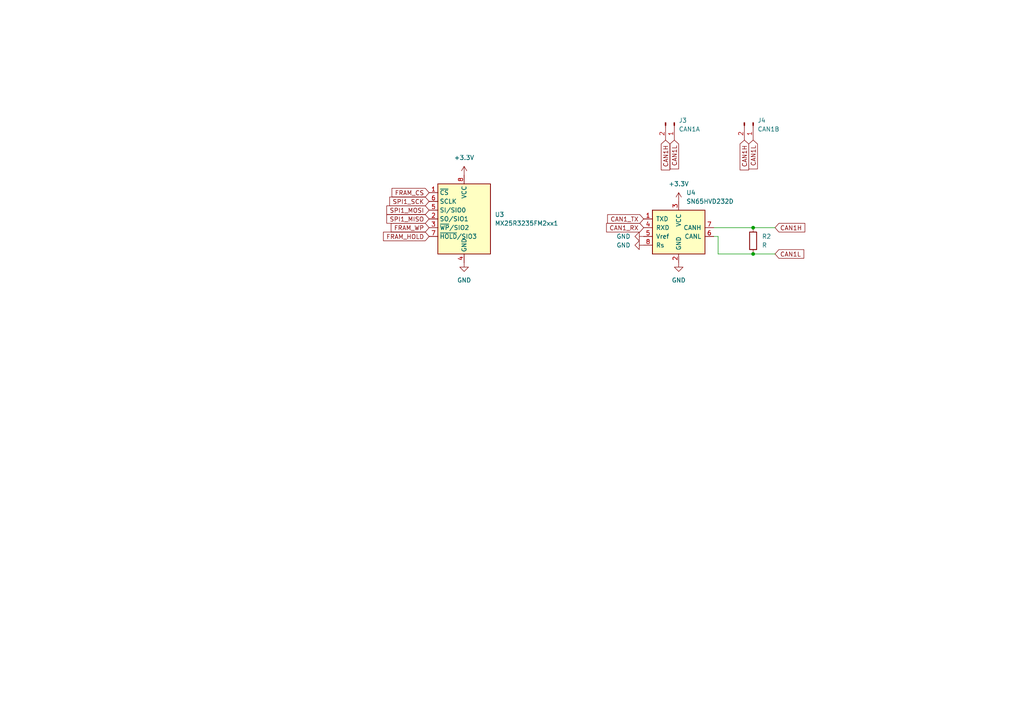
<source format=kicad_sch>
(kicad_sch (version 20230121) (generator eeschema)

  (uuid d455c453-67e1-4b71-bd13-d2e4d9846193)

  (paper "A4")

  (lib_symbols
    (symbol "Connector:Conn_01x02_Pin" (pin_names (offset 1.016) hide) (in_bom yes) (on_board yes)
      (property "Reference" "J" (at 0 2.54 0)
        (effects (font (size 1.27 1.27)))
      )
      (property "Value" "Conn_01x02_Pin" (at 0 -5.08 0)
        (effects (font (size 1.27 1.27)))
      )
      (property "Footprint" "" (at 0 0 0)
        (effects (font (size 1.27 1.27)) hide)
      )
      (property "Datasheet" "~" (at 0 0 0)
        (effects (font (size 1.27 1.27)) hide)
      )
      (property "ki_locked" "" (at 0 0 0)
        (effects (font (size 1.27 1.27)))
      )
      (property "ki_keywords" "connector" (at 0 0 0)
        (effects (font (size 1.27 1.27)) hide)
      )
      (property "ki_description" "Generic connector, single row, 01x02, script generated" (at 0 0 0)
        (effects (font (size 1.27 1.27)) hide)
      )
      (property "ki_fp_filters" "Connector*:*_1x??_*" (at 0 0 0)
        (effects (font (size 1.27 1.27)) hide)
      )
      (symbol "Conn_01x02_Pin_1_1"
        (polyline
          (pts
            (xy 1.27 -2.54)
            (xy 0.8636 -2.54)
          )
          (stroke (width 0.1524) (type default))
          (fill (type none))
        )
        (polyline
          (pts
            (xy 1.27 0)
            (xy 0.8636 0)
          )
          (stroke (width 0.1524) (type default))
          (fill (type none))
        )
        (rectangle (start 0.8636 -2.413) (end 0 -2.667)
          (stroke (width 0.1524) (type default))
          (fill (type outline))
        )
        (rectangle (start 0.8636 0.127) (end 0 -0.127)
          (stroke (width 0.1524) (type default))
          (fill (type outline))
        )
        (pin passive line (at 5.08 0 180) (length 3.81)
          (name "Pin_1" (effects (font (size 1.27 1.27))))
          (number "1" (effects (font (size 1.27 1.27))))
        )
        (pin passive line (at 5.08 -2.54 180) (length 3.81)
          (name "Pin_2" (effects (font (size 1.27 1.27))))
          (number "2" (effects (font (size 1.27 1.27))))
        )
      )
    )
    (symbol "Device:R" (pin_numbers hide) (pin_names (offset 0)) (in_bom yes) (on_board yes)
      (property "Reference" "R" (at 2.032 0 90)
        (effects (font (size 1.27 1.27)))
      )
      (property "Value" "R" (at 0 0 90)
        (effects (font (size 1.27 1.27)))
      )
      (property "Footprint" "" (at -1.778 0 90)
        (effects (font (size 1.27 1.27)) hide)
      )
      (property "Datasheet" "~" (at 0 0 0)
        (effects (font (size 1.27 1.27)) hide)
      )
      (property "ki_keywords" "R res resistor" (at 0 0 0)
        (effects (font (size 1.27 1.27)) hide)
      )
      (property "ki_description" "Resistor" (at 0 0 0)
        (effects (font (size 1.27 1.27)) hide)
      )
      (property "ki_fp_filters" "R_*" (at 0 0 0)
        (effects (font (size 1.27 1.27)) hide)
      )
      (symbol "R_0_1"
        (rectangle (start -1.016 -2.54) (end 1.016 2.54)
          (stroke (width 0.254) (type default))
          (fill (type none))
        )
      )
      (symbol "R_1_1"
        (pin passive line (at 0 3.81 270) (length 1.27)
          (name "~" (effects (font (size 1.27 1.27))))
          (number "1" (effects (font (size 1.27 1.27))))
        )
        (pin passive line (at 0 -3.81 90) (length 1.27)
          (name "~" (effects (font (size 1.27 1.27))))
          (number "2" (effects (font (size 1.27 1.27))))
        )
      )
    )
    (symbol "Interface_CAN_LIN:SN65HVD230" (pin_names (offset 1.016)) (in_bom yes) (on_board yes)
      (property "Reference" "U4" (at 2.1941 10.16 0)
        (effects (font (size 1.27 1.27)) (justify left))
      )
      (property "Value" "SN65HVD232D" (at 2.1941 7.62 0)
        (effects (font (size 1.27 1.27)) (justify left))
      )
      (property "Footprint" "Package_SO:SOIC-8_3.9x4.9mm_P1.27mm" (at 0 -12.7 0)
        (effects (font (size 1.27 1.27)) hide)
      )
      (property "Datasheet" "http://www.ti.com/lit/ds/symlink/sn65hvd230.pdf" (at -2.54 10.16 0)
        (effects (font (size 1.27 1.27)) hide)
      )
      (property "ki_keywords" "can transeiver ti low-power" (at 0 0 0)
        (effects (font (size 1.27 1.27)) hide)
      )
      (property "ki_description" "CAN Bus Transceivers, 3.3V, 1Mbps, Low-Power capabilities, SOIC-8" (at 0 0 0)
        (effects (font (size 1.27 1.27)) hide)
      )
      (property "ki_fp_filters" "SOIC*3.9x4.9mm*P1.27mm*" (at 0 0 0)
        (effects (font (size 1.27 1.27)) hide)
      )
      (symbol "SN65HVD230_0_1"
        (rectangle (start -7.62 5.08) (end 7.62 -7.62)
          (stroke (width 0.254) (type default))
          (fill (type background))
        )
      )
      (symbol "SN65HVD230_1_1"
        (pin input line (at -10.16 2.54 0) (length 2.54)
          (name "TXD" (effects (font (size 1.27 1.27))))
          (number "1" (effects (font (size 1.27 1.27))))
        )
        (pin power_in line (at 0 -10.16 90) (length 2.54)
          (name "GND" (effects (font (size 1.27 1.27))))
          (number "2" (effects (font (size 1.27 1.27))))
        )
        (pin power_in line (at 0 7.62 270) (length 2.54)
          (name "VCC" (effects (font (size 1.27 1.27))))
          (number "3" (effects (font (size 1.27 1.27))))
        )
        (pin output line (at -10.16 0 0) (length 2.54)
          (name "RXD" (effects (font (size 1.27 1.27))))
          (number "4" (effects (font (size 1.27 1.27))))
        )
        (pin output line (at -10.16 -2.54 0) (length 2.54)
          (name "Vref" (effects (font (size 1.27 1.27))))
          (number "5" (effects (font (size 1.27 1.27))))
        )
        (pin bidirectional line (at 10.16 -2.54 180) (length 2.54)
          (name "CANL" (effects (font (size 1.27 1.27))))
          (number "6" (effects (font (size 1.27 1.27))))
        )
        (pin bidirectional line (at 10.16 0 180) (length 2.54)
          (name "CANH" (effects (font (size 1.27 1.27))))
          (number "7" (effects (font (size 1.27 1.27))))
        )
        (pin input line (at -10.16 -5.08 0) (length 2.54)
          (name "Rs" (effects (font (size 1.27 1.27))))
          (number "8" (effects (font (size 1.27 1.27))))
        )
      )
    )
    (symbol "Memory_Flash:MX25R3235FM2xx1" (in_bom yes) (on_board yes)
      (property "Reference" "U" (at -5.08 11.43 0)
        (effects (font (size 1.27 1.27)))
      )
      (property "Value" "MX25R3235FM2xx1" (at 11.43 11.43 0)
        (effects (font (size 1.27 1.27)))
      )
      (property "Footprint" "Package_SO:SOP-8_5.28x5.23mm_P1.27mm" (at 0 -15.24 0)
        (effects (font (size 1.27 1.27)) hide)
      )
      (property "Datasheet" "http://www.macronix.com/Lists/Datasheet/Attachments/7534/MX25R3235F,%20Wide%20Range,%2032Mb,%20v1.6.pdf" (at 0 0 0)
        (effects (font (size 1.27 1.27)) hide)
      )
      (property "ki_keywords" "SPI 32Mbit 1.65V-3.6V" (at 0 0 0)
        (effects (font (size 1.27 1.27)) hide)
      )
      (property "ki_description" "32-Mbit, Wide Range Voltage SPI Serial Flash Memory, SOP-8" (at 0 0 0)
        (effects (font (size 1.27 1.27)) hide)
      )
      (property "ki_fp_filters" "SOP*5.28x5.23mm*P1.27mm*" (at 0 0 0)
        (effects (font (size 1.27 1.27)) hide)
      )
      (symbol "MX25R3235FM2xx1_0_1"
        (rectangle (start -7.62 10.16) (end 7.62 -10.16)
          (stroke (width 0.254) (type default))
          (fill (type background))
        )
      )
      (symbol "MX25R3235FM2xx1_1_1"
        (pin input line (at -10.16 7.62 0) (length 2.54)
          (name "~{CS}" (effects (font (size 1.27 1.27))))
          (number "1" (effects (font (size 1.27 1.27))))
        )
        (pin bidirectional line (at -10.16 0 0) (length 2.54)
          (name "SO/SIO1" (effects (font (size 1.27 1.27))))
          (number "2" (effects (font (size 1.27 1.27))))
        )
        (pin bidirectional line (at -10.16 -2.54 0) (length 2.54)
          (name "~{WP}/SIO2" (effects (font (size 1.27 1.27))))
          (number "3" (effects (font (size 1.27 1.27))))
        )
        (pin power_in line (at 0 -12.7 90) (length 2.54)
          (name "GND" (effects (font (size 1.27 1.27))))
          (number "4" (effects (font (size 1.27 1.27))))
        )
        (pin bidirectional line (at -10.16 2.54 0) (length 2.54)
          (name "SI/SIO0" (effects (font (size 1.27 1.27))))
          (number "5" (effects (font (size 1.27 1.27))))
        )
        (pin input line (at -10.16 5.08 0) (length 2.54)
          (name "SCLK" (effects (font (size 1.27 1.27))))
          (number "6" (effects (font (size 1.27 1.27))))
        )
        (pin bidirectional line (at -10.16 -5.08 0) (length 2.54)
          (name "~{HOLD}/SIO3" (effects (font (size 1.27 1.27))))
          (number "7" (effects (font (size 1.27 1.27))))
        )
        (pin power_in line (at 0 12.7 270) (length 2.54)
          (name "VCC" (effects (font (size 1.27 1.27))))
          (number "8" (effects (font (size 1.27 1.27))))
        )
      )
    )
    (symbol "power:+3.3V" (power) (pin_names (offset 0)) (in_bom yes) (on_board yes)
      (property "Reference" "#PWR" (at 0 -3.81 0)
        (effects (font (size 1.27 1.27)) hide)
      )
      (property "Value" "+3.3V" (at 0 3.556 0)
        (effects (font (size 1.27 1.27)))
      )
      (property "Footprint" "" (at 0 0 0)
        (effects (font (size 1.27 1.27)) hide)
      )
      (property "Datasheet" "" (at 0 0 0)
        (effects (font (size 1.27 1.27)) hide)
      )
      (property "ki_keywords" "global power" (at 0 0 0)
        (effects (font (size 1.27 1.27)) hide)
      )
      (property "ki_description" "Power symbol creates a global label with name \"+3.3V\"" (at 0 0 0)
        (effects (font (size 1.27 1.27)) hide)
      )
      (symbol "+3.3V_0_1"
        (polyline
          (pts
            (xy -0.762 1.27)
            (xy 0 2.54)
          )
          (stroke (width 0) (type default))
          (fill (type none))
        )
        (polyline
          (pts
            (xy 0 0)
            (xy 0 2.54)
          )
          (stroke (width 0) (type default))
          (fill (type none))
        )
        (polyline
          (pts
            (xy 0 2.54)
            (xy 0.762 1.27)
          )
          (stroke (width 0) (type default))
          (fill (type none))
        )
      )
      (symbol "+3.3V_1_1"
        (pin power_in line (at 0 0 90) (length 0) hide
          (name "+3.3V" (effects (font (size 1.27 1.27))))
          (number "1" (effects (font (size 1.27 1.27))))
        )
      )
    )
    (symbol "power:GND" (power) (pin_names (offset 0)) (in_bom yes) (on_board yes)
      (property "Reference" "#PWR" (at 0 -6.35 0)
        (effects (font (size 1.27 1.27)) hide)
      )
      (property "Value" "GND" (at 0 -3.81 0)
        (effects (font (size 1.27 1.27)))
      )
      (property "Footprint" "" (at 0 0 0)
        (effects (font (size 1.27 1.27)) hide)
      )
      (property "Datasheet" "" (at 0 0 0)
        (effects (font (size 1.27 1.27)) hide)
      )
      (property "ki_keywords" "global power" (at 0 0 0)
        (effects (font (size 1.27 1.27)) hide)
      )
      (property "ki_description" "Power symbol creates a global label with name \"GND\" , ground" (at 0 0 0)
        (effects (font (size 1.27 1.27)) hide)
      )
      (symbol "GND_0_1"
        (polyline
          (pts
            (xy 0 0)
            (xy 0 -1.27)
            (xy 1.27 -1.27)
            (xy 0 -2.54)
            (xy -1.27 -1.27)
            (xy 0 -1.27)
          )
          (stroke (width 0) (type default))
          (fill (type none))
        )
      )
      (symbol "GND_1_1"
        (pin power_in line (at 0 0 270) (length 0) hide
          (name "GND" (effects (font (size 1.27 1.27))))
          (number "1" (effects (font (size 1.27 1.27))))
        )
      )
    )
  )

  (junction (at 218.44 66.04) (diameter 0) (color 0 0 0 0)
    (uuid 64fce862-1d9b-4a46-b228-a68df0347884)
  )
  (junction (at 218.44 73.66) (diameter 0) (color 0 0 0 0)
    (uuid bd80c487-3c5f-4008-bbc1-0e24c75e80df)
  )

  (wire (pts (xy 218.44 73.66) (xy 208.28 73.66))
    (stroke (width 0) (type default))
    (uuid 0ef9579f-1665-42b8-b6d5-94c9593e8200)
  )
  (wire (pts (xy 218.44 66.04) (xy 207.01 66.04))
    (stroke (width 0) (type default))
    (uuid 38bc2a28-7ced-48ec-b163-4ad4a4010a2c)
  )
  (wire (pts (xy 224.79 66.04) (xy 218.44 66.04))
    (stroke (width 0) (type default))
    (uuid b34b803a-e734-4fbd-9511-b7d4bff8716b)
  )
  (wire (pts (xy 224.79 73.66) (xy 218.44 73.66))
    (stroke (width 0) (type default))
    (uuid dfef1b15-bdaa-4c7d-a9e1-2d4e8707bbd1)
  )
  (wire (pts (xy 208.28 68.58) (xy 207.01 68.58))
    (stroke (width 0) (type default))
    (uuid e9ce90e4-32f5-4b3d-8a26-b482edfc30b5)
  )
  (wire (pts (xy 208.28 73.66) (xy 208.28 68.58))
    (stroke (width 0) (type default))
    (uuid f700af61-04a8-4d34-89e6-6222f151b1c8)
  )

  (global_label "CAN1_RX" (shape input) (at 186.69 66.04 180) (fields_autoplaced)
    (effects (font (size 1.27 1.27)) (justify right))
    (uuid 17d82b51-d6df-4ffc-ac62-224a53e2386e)
    (property "Intersheetrefs" "${INTERSHEET_REFS}" (at 175.3591 66.04 0)
      (effects (font (size 1.27 1.27)) (justify right) hide)
    )
  )
  (global_label "CAN1L" (shape input) (at 195.58 40.64 270) (fields_autoplaced)
    (effects (font (size 1.27 1.27)) (justify right))
    (uuid 20384ad2-4121-46ce-8b06-3cc9e3fbc3f9)
    (property "Intersheetrefs" "${INTERSHEET_REFS}" (at 195.58 49.5519 90)
      (effects (font (size 1.27 1.27)) (justify right) hide)
    )
  )
  (global_label "CAN1H" (shape input) (at 224.79 66.04 0) (fields_autoplaced)
    (effects (font (size 1.27 1.27)) (justify left))
    (uuid 3a15e00f-ce8e-4631-91b7-f858d23a9d3d)
    (property "Intersheetrefs" "${INTERSHEET_REFS}" (at 234.0043 66.04 0)
      (effects (font (size 1.27 1.27)) (justify left) hide)
    )
  )
  (global_label "CAN1L" (shape input) (at 218.44 40.64 270) (fields_autoplaced)
    (effects (font (size 1.27 1.27)) (justify right))
    (uuid 5ca273e2-34b4-4e48-88b5-4bc5b6b60712)
    (property "Intersheetrefs" "${INTERSHEET_REFS}" (at 218.44 49.5519 90)
      (effects (font (size 1.27 1.27)) (justify right) hide)
    )
  )
  (global_label "FRAM_CS" (shape input) (at 124.46 55.88 180) (fields_autoplaced)
    (effects (font (size 1.27 1.27)) (justify right))
    (uuid 640db776-d778-409d-8f9f-0038ee9731b7)
    (property "Intersheetrefs" "${INTERSHEET_REFS}" (at 113.1291 55.88 0)
      (effects (font (size 1.27 1.27)) (justify right) hide)
    )
  )
  (global_label "CAN1H" (shape input) (at 215.9 40.64 270) (fields_autoplaced)
    (effects (font (size 1.27 1.27)) (justify right))
    (uuid 67b05af3-1761-4ffe-8805-e9cf4fd62a1f)
    (property "Intersheetrefs" "${INTERSHEET_REFS}" (at 215.9 49.8543 90)
      (effects (font (size 1.27 1.27)) (justify right) hide)
    )
  )
  (global_label "CAN1_TX" (shape input) (at 186.69 63.5 180) (fields_autoplaced)
    (effects (font (size 1.27 1.27)) (justify right))
    (uuid 6ae6f62a-283e-4335-811b-1c11736ac572)
    (property "Intersheetrefs" "${INTERSHEET_REFS}" (at 175.6615 63.5 0)
      (effects (font (size 1.27 1.27)) (justify right) hide)
    )
  )
  (global_label "SPI1_SCK" (shape input) (at 124.46 58.42 180) (fields_autoplaced)
    (effects (font (size 1.27 1.27)) (justify right))
    (uuid 83e875aa-c391-451c-b0ae-3aa924a7aec9)
    (property "Intersheetrefs" "${INTERSHEET_REFS}" (at 112.4639 58.42 0)
      (effects (font (size 1.27 1.27)) (justify right) hide)
    )
  )
  (global_label "SPI1_MOSI" (shape input) (at 124.46 60.96 180) (fields_autoplaced)
    (effects (font (size 1.27 1.27)) (justify right))
    (uuid 85cf29ba-7ba8-45aa-97d7-3c60b97219e5)
    (property "Intersheetrefs" "${INTERSHEET_REFS}" (at 111.6172 60.96 0)
      (effects (font (size 1.27 1.27)) (justify right) hide)
    )
  )
  (global_label "FRAM_HOLD" (shape input) (at 124.46 68.58 180) (fields_autoplaced)
    (effects (font (size 1.27 1.27)) (justify right))
    (uuid 891e020a-358a-4d66-a60a-8b83bfc4ae93)
    (property "Intersheetrefs" "${INTERSHEET_REFS}" (at 110.6495 68.58 0)
      (effects (font (size 1.27 1.27)) (justify right) hide)
    )
  )
  (global_label "CAN1L" (shape input) (at 224.79 73.66 0) (fields_autoplaced)
    (effects (font (size 1.27 1.27)) (justify left))
    (uuid 93733a94-9046-48f4-9c11-cadac927264e)
    (property "Intersheetrefs" "${INTERSHEET_REFS}" (at 233.7019 73.66 0)
      (effects (font (size 1.27 1.27)) (justify left) hide)
    )
  )
  (global_label "SPI1_MISO" (shape input) (at 124.46 63.5 180) (fields_autoplaced)
    (effects (font (size 1.27 1.27)) (justify right))
    (uuid 94b33da0-29e7-4e09-bbfc-a5a93e9f8f71)
    (property "Intersheetrefs" "${INTERSHEET_REFS}" (at 111.6172 63.5 0)
      (effects (font (size 1.27 1.27)) (justify right) hide)
    )
  )
  (global_label "CAN1H" (shape input) (at 193.04 40.64 270) (fields_autoplaced)
    (effects (font (size 1.27 1.27)) (justify right))
    (uuid 966aeaf9-05a3-4a1b-a0af-4b90a47558ef)
    (property "Intersheetrefs" "${INTERSHEET_REFS}" (at 193.04 49.8543 90)
      (effects (font (size 1.27 1.27)) (justify right) hide)
    )
  )
  (global_label "FRAM_WP" (shape input) (at 124.46 66.04 180) (fields_autoplaced)
    (effects (font (size 1.27 1.27)) (justify right))
    (uuid dc8c0d38-f828-491a-8d37-9a17af057da5)
    (property "Intersheetrefs" "${INTERSHEET_REFS}" (at 112.8872 66.04 0)
      (effects (font (size 1.27 1.27)) (justify right) hide)
    )
  )

  (symbol (lib_id "power:GND") (at 134.62 76.2 0) (unit 1)
    (in_bom yes) (on_board yes) (dnp no) (fields_autoplaced)
    (uuid 120fabc0-359d-49b5-bcbc-8c96f03d22c9)
    (property "Reference" "#PWR0109" (at 134.62 82.55 0)
      (effects (font (size 1.27 1.27)) hide)
    )
    (property "Value" "GND" (at 134.62 81.28 0)
      (effects (font (size 1.27 1.27)))
    )
    (property "Footprint" "" (at 134.62 76.2 0)
      (effects (font (size 1.27 1.27)) hide)
    )
    (property "Datasheet" "" (at 134.62 76.2 0)
      (effects (font (size 1.27 1.27)) hide)
    )
    (pin "1" (uuid 2434cd89-1467-4f6a-aabb-f7c4688bce2e))
    (instances
      (project "crimping_machine"
        (path "/e9396871-2129-4b29-8b1f-175233296335/ad12b101-e6bd-465a-9dc9-b9986c39e55b"
          (reference "#PWR0109") (unit 1)
        )
      )
    )
  )

  (symbol (lib_id "Connector:Conn_01x02_Pin") (at 195.58 35.56 270) (unit 1)
    (in_bom yes) (on_board yes) (dnp no) (fields_autoplaced)
    (uuid 12d5d603-8b1a-404a-a991-14eba5c1f5cd)
    (property "Reference" "J3" (at 196.85 34.925 90)
      (effects (font (size 1.27 1.27)) (justify left))
    )
    (property "Value" "CAN1A" (at 196.85 37.465 90)
      (effects (font (size 1.27 1.27)) (justify left))
    )
    (property "Footprint" "Connector_Molex:Molex_SPOX_5267-02A_1x02_P2.50mm_Vertical" (at 195.58 35.56 0)
      (effects (font (size 1.27 1.27)) hide)
    )
    (property "Datasheet" "~" (at 195.58 35.56 0)
      (effects (font (size 1.27 1.27)) hide)
    )
    (pin "2" (uuid 827a7c24-76fe-4afb-8e86-00d3ce57b5e8))
    (pin "1" (uuid 028a14fd-8143-4a24-8483-f3fc306a6ebb))
    (instances
      (project "crimping_machine"
        (path "/e9396871-2129-4b29-8b1f-175233296335/ad12b101-e6bd-465a-9dc9-b9986c39e55b"
          (reference "J3") (unit 1)
        )
      )
    )
  )

  (symbol (lib_id "power:+3.3V") (at 134.62 50.8 0) (unit 1)
    (in_bom yes) (on_board yes) (dnp no) (fields_autoplaced)
    (uuid 637cde73-45af-4638-9598-61dbce96b820)
    (property "Reference" "#PWR0110" (at 134.62 54.61 0)
      (effects (font (size 1.27 1.27)) hide)
    )
    (property "Value" "+3.3V" (at 134.62 45.72 0)
      (effects (font (size 1.27 1.27)))
    )
    (property "Footprint" "" (at 134.62 50.8 0)
      (effects (font (size 1.27 1.27)) hide)
    )
    (property "Datasheet" "" (at 134.62 50.8 0)
      (effects (font (size 1.27 1.27)) hide)
    )
    (pin "1" (uuid 64d061fd-b959-4160-9c66-95c133db1d05))
    (instances
      (project "crimping_machine"
        (path "/e9396871-2129-4b29-8b1f-175233296335/ad12b101-e6bd-465a-9dc9-b9986c39e55b"
          (reference "#PWR0110") (unit 1)
        )
      )
    )
  )

  (symbol (lib_id "power:GND") (at 186.69 71.12 270) (unit 1)
    (in_bom yes) (on_board yes) (dnp no) (fields_autoplaced)
    (uuid 76d6bbb0-ee1d-42b6-bf2f-7e47fe0a003c)
    (property "Reference" "#PWR0112" (at 180.34 71.12 0)
      (effects (font (size 1.27 1.27)) hide)
    )
    (property "Value" "GND" (at 182.88 71.12 90)
      (effects (font (size 1.27 1.27)) (justify right))
    )
    (property "Footprint" "" (at 186.69 71.12 0)
      (effects (font (size 1.27 1.27)) hide)
    )
    (property "Datasheet" "" (at 186.69 71.12 0)
      (effects (font (size 1.27 1.27)) hide)
    )
    (pin "1" (uuid f7ea56f2-454c-4a98-81e6-32dd53b8c3bb))
    (instances
      (project "crimping_machine"
        (path "/e9396871-2129-4b29-8b1f-175233296335/ad12b101-e6bd-465a-9dc9-b9986c39e55b"
          (reference "#PWR0112") (unit 1)
        )
      )
    )
  )

  (symbol (lib_id "Memory_Flash:MX25R3235FM2xx1") (at 134.62 63.5 0) (unit 1)
    (in_bom yes) (on_board yes) (dnp no) (fields_autoplaced)
    (uuid 7bf816b3-db29-4879-ab4e-b05f8ca68de5)
    (property "Reference" "U1" (at 143.51 62.23 0)
      (effects (font (size 1.27 1.27)) (justify left))
    )
    (property "Value" "MX25R3235FM2xx1" (at 143.51 64.77 0)
      (effects (font (size 1.27 1.27)) (justify left))
    )
    (property "Footprint" "Package_SO:SOIC-8_3.9x4.9mm_P1.27mm" (at 134.62 78.74 0)
      (effects (font (size 1.27 1.27)) hide)
    )
    (property "Datasheet" "http://www.macronix.com/Lists/Datasheet/Attachments/7534/MX25R3235F,%20Wide%20Range,%2032Mb,%20v1.6.pdf" (at 134.62 63.5 0)
      (effects (font (size 1.27 1.27)) hide)
    )
    (pin "2" (uuid 2df70dee-6a34-4604-b14b-60c93c5cebee))
    (pin "7" (uuid d9bca3f1-4a8a-4ed1-9b8b-4a3c72a01448))
    (pin "8" (uuid 0afc1c58-9095-48b5-a32e-9abe57fd529a))
    (pin "3" (uuid 5b910c94-d66d-4d20-92ff-36e6e3ab7210))
    (pin "5" (uuid 56a954ba-78a4-4198-a82a-42ac957f2a34))
    (pin "4" (uuid 7b403f0c-f588-432a-914a-675e64f87339))
    (pin "1" (uuid e60bc096-129e-42dd-933f-cd7051227bc0))
    (pin "6" (uuid 1bd17b70-f8cb-402b-945f-e6134615133f))
    (instances
      (project "crimping_machine"
        (path "/e9396871-2129-4b29-8b1f-175233296335/ad12b101-e6bd-465a-9dc9-b9986c39e55b"
          (reference "U3") (unit 1)
        )
      )
    )
  )

  (symbol (lib_id "power:GND") (at 186.69 68.58 270) (unit 1)
    (in_bom yes) (on_board yes) (dnp no) (fields_autoplaced)
    (uuid 876a319e-2f8b-423d-833b-6ebb4cf92050)
    (property "Reference" "#PWR0111" (at 180.34 68.58 0)
      (effects (font (size 1.27 1.27)) hide)
    )
    (property "Value" "GND" (at 182.88 68.58 90)
      (effects (font (size 1.27 1.27)) (justify right))
    )
    (property "Footprint" "" (at 186.69 68.58 0)
      (effects (font (size 1.27 1.27)) hide)
    )
    (property "Datasheet" "" (at 186.69 68.58 0)
      (effects (font (size 1.27 1.27)) hide)
    )
    (pin "1" (uuid 3903af2d-ff6f-424a-91ba-c9fbcb91ed1c))
    (instances
      (project "crimping_machine"
        (path "/e9396871-2129-4b29-8b1f-175233296335/ad12b101-e6bd-465a-9dc9-b9986c39e55b"
          (reference "#PWR0111") (unit 1)
        )
      )
    )
  )

  (symbol (lib_id "Device:R") (at 218.44 69.85 0) (unit 1)
    (in_bom yes) (on_board yes) (dnp no) (fields_autoplaced)
    (uuid b2a67d43-b584-4933-9daa-e2657d440c1f)
    (property "Reference" "R2" (at 220.98 68.58 0)
      (effects (font (size 1.27 1.27)) (justify left))
    )
    (property "Value" "R" (at 220.98 71.12 0)
      (effects (font (size 1.27 1.27)) (justify left))
    )
    (property "Footprint" "Resistor_SMD:R_0603_1608Metric_Pad0.98x0.95mm_HandSolder" (at 216.662 69.85 90)
      (effects (font (size 1.27 1.27)) hide)
    )
    (property "Datasheet" "~" (at 218.44 69.85 0)
      (effects (font (size 1.27 1.27)) hide)
    )
    (pin "2" (uuid 06f24196-0b4f-4db2-bb95-943458dcde65))
    (pin "1" (uuid 8c0ca934-3214-4332-b2f2-650527bb2aca))
    (instances
      (project "crimping_machine"
        (path "/e9396871-2129-4b29-8b1f-175233296335/ad12b101-e6bd-465a-9dc9-b9986c39e55b"
          (reference "R2") (unit 1)
        )
      )
    )
  )

  (symbol (lib_id "power:+3.3V") (at 196.85 58.42 0) (unit 1)
    (in_bom yes) (on_board yes) (dnp no) (fields_autoplaced)
    (uuid bbbb0a98-bda6-42e2-a0df-2136c584d3cd)
    (property "Reference" "#PWR0107" (at 196.85 62.23 0)
      (effects (font (size 1.27 1.27)) hide)
    )
    (property "Value" "+3.3V" (at 196.85 53.34 0)
      (effects (font (size 1.27 1.27)))
    )
    (property "Footprint" "" (at 196.85 58.42 0)
      (effects (font (size 1.27 1.27)) hide)
    )
    (property "Datasheet" "" (at 196.85 58.42 0)
      (effects (font (size 1.27 1.27)) hide)
    )
    (pin "1" (uuid 4bb10967-9607-4c67-890f-d3a7322dc0f0))
    (instances
      (project "crimping_machine"
        (path "/e9396871-2129-4b29-8b1f-175233296335/ad12b101-e6bd-465a-9dc9-b9986c39e55b"
          (reference "#PWR0107") (unit 1)
        )
      )
    )
  )

  (symbol (lib_id "Interface_CAN_LIN:SN65HVD230") (at 196.85 66.04 0) (unit 1)
    (in_bom yes) (on_board yes) (dnp no) (fields_autoplaced)
    (uuid d3d2e09e-b2d0-4f59-a415-84cfa5dcc6b8)
    (property "Reference" "U4" (at 199.0441 55.88 0)
      (effects (font (size 1.27 1.27)) (justify left))
    )
    (property "Value" "SN65HVD232D" (at 199.0441 58.42 0)
      (effects (font (size 1.27 1.27)) (justify left))
    )
    (property "Footprint" "Package_SO:SOIC-8_3.9x4.9mm_P1.27mm" (at 196.85 78.74 0)
      (effects (font (size 1.27 1.27)) hide)
    )
    (property "Datasheet" "http://www.ti.com/lit/ds/symlink/sn65hvd230.pdf" (at 194.31 55.88 0)
      (effects (font (size 1.27 1.27)) hide)
    )
    (pin "6" (uuid a27bdadc-4e22-43b5-8387-fe331ed69c29))
    (pin "2" (uuid 2d5fd39b-2d23-4fa5-a874-56c921f3ee62))
    (pin "3" (uuid 484a8816-4e7b-4d0c-adf7-771ee5148def))
    (pin "1" (uuid 9fc9a9cc-8af9-4152-899d-e991a45c91ee))
    (pin "5" (uuid e7030a77-3908-4003-a8ee-b8becbbbafec))
    (pin "4" (uuid 1b7efb73-f276-49e2-91bd-704702eff84e))
    (pin "7" (uuid 2c590985-ab6a-47a2-bd28-678f5a69ed4c))
    (pin "8" (uuid 662cf159-5c32-4fe3-a3e6-ac0c67339300))
    (instances
      (project "crimping_machine"
        (path "/e9396871-2129-4b29-8b1f-175233296335/ad12b101-e6bd-465a-9dc9-b9986c39e55b"
          (reference "U4") (unit 1)
        )
      )
    )
  )

  (symbol (lib_id "power:GND") (at 196.85 76.2 0) (unit 1)
    (in_bom yes) (on_board yes) (dnp no) (fields_autoplaced)
    (uuid d6056639-7b52-4596-bce6-a243528e7ccf)
    (property "Reference" "#PWR0108" (at 196.85 82.55 0)
      (effects (font (size 1.27 1.27)) hide)
    )
    (property "Value" "GND" (at 196.85 81.28 0)
      (effects (font (size 1.27 1.27)))
    )
    (property "Footprint" "" (at 196.85 76.2 0)
      (effects (font (size 1.27 1.27)) hide)
    )
    (property "Datasheet" "" (at 196.85 76.2 0)
      (effects (font (size 1.27 1.27)) hide)
    )
    (pin "1" (uuid acb35315-3d4e-48d7-b7ec-1128cd019427))
    (instances
      (project "crimping_machine"
        (path "/e9396871-2129-4b29-8b1f-175233296335/ad12b101-e6bd-465a-9dc9-b9986c39e55b"
          (reference "#PWR0108") (unit 1)
        )
      )
    )
  )

  (symbol (lib_id "Connector:Conn_01x02_Pin") (at 218.44 35.56 270) (unit 1)
    (in_bom yes) (on_board yes) (dnp no) (fields_autoplaced)
    (uuid e8b370be-c897-42ba-ab3a-5051a2334573)
    (property "Reference" "J4" (at 219.71 34.925 90)
      (effects (font (size 1.27 1.27)) (justify left))
    )
    (property "Value" "CAN1B" (at 219.71 37.465 90)
      (effects (font (size 1.27 1.27)) (justify left))
    )
    (property "Footprint" "Connector_Molex:Molex_SPOX_5267-02A_1x02_P2.50mm_Vertical" (at 218.44 35.56 0)
      (effects (font (size 1.27 1.27)) hide)
    )
    (property "Datasheet" "~" (at 218.44 35.56 0)
      (effects (font (size 1.27 1.27)) hide)
    )
    (pin "2" (uuid d439afa3-94a1-43ee-a661-610b7f2b9008))
    (pin "1" (uuid 7f8e8e5e-e8c9-48c5-95f7-9d7f38f5b4ea))
    (instances
      (project "crimping_machine"
        (path "/e9396871-2129-4b29-8b1f-175233296335/ad12b101-e6bd-465a-9dc9-b9986c39e55b"
          (reference "J4") (unit 1)
        )
      )
    )
  )
)

</source>
